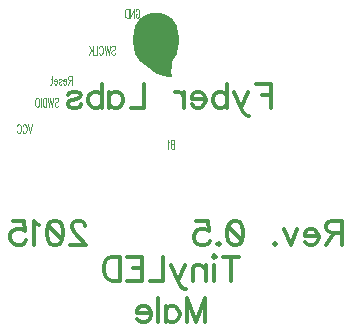
<source format=gbo>
G04 DipTrace 2.4.0.2*
%INmale.gbo*%
%MOMM*%
%ADD10C,0.25*%
%ADD44O,3.825X4.663*%
%ADD69C,0.118*%
%ADD70C,0.314*%
%FSLAX53Y53*%
G04*
G71*
G90*
G75*
G01*
%LNBotSilk*%
%LPD*%
X26618Y35570D2*
D10*
G02X23593Y38920I218J3237D01*
G01*
D44*
X25380Y38626D3*
G36*
X26668Y35644D2*
X26818Y37694D1*
X23868Y38269D1*
X24768Y36344D1*
X25718Y35819D1*
D1*
X26668Y35644D1*
G37*
X26899Y30141D2*
D69*
Y29376D1*
X26702D1*
X26636Y29413D1*
X26614Y29449D1*
X26593Y29521D1*
Y29631D1*
X26614Y29704D1*
X26636Y29740D1*
X26702Y29777D1*
X26636Y29814D1*
X26614Y29850D1*
X26593Y29922D1*
Y29996D1*
X26614Y30068D1*
X26636Y30105D1*
X26702Y30141D1*
X26899D1*
Y29777D2*
X26702D1*
X26452Y29995D2*
X26408Y30032D1*
X26342Y30140D1*
Y29376D1*
X14886Y31479D2*
X14712Y30713D1*
X14537Y31479D1*
X14068Y31297D2*
X14089Y31370D1*
X14133Y31443D1*
X14177Y31479D1*
X14264D1*
X14308Y31443D1*
X14352Y31370D1*
X14374Y31297D1*
X14396Y31188D1*
Y31005D1*
X14374Y30896D1*
X14352Y30823D1*
X14308Y30750D1*
X14264Y30713D1*
X14177D1*
X14133Y30750D1*
X14089Y30823D1*
X14068Y30896D1*
X13598Y31297D2*
X13620Y31370D1*
X13664Y31443D1*
X13708Y31479D1*
X13795D1*
X13839Y31443D1*
X13882Y31370D1*
X13905Y31297D1*
X13926Y31188D1*
Y31005D1*
X13905Y30896D1*
X13882Y30823D1*
X13839Y30750D1*
X13795Y30713D1*
X13708D1*
X13664Y30750D1*
X13620Y30823D1*
X13598Y30896D1*
X16783Y33600D2*
X16827Y33673D1*
X16892Y33709D1*
X16980D1*
X17045Y33673D1*
X17089Y33600D1*
Y33527D1*
X17067Y33454D1*
X17045Y33418D1*
X17002Y33381D1*
X16871Y33308D1*
X16827Y33272D1*
X16805Y33235D1*
X16783Y33162D1*
Y33053D1*
X16827Y32980D1*
X16892Y32943D1*
X16980D1*
X17045Y32980D1*
X17089Y33053D1*
X16642Y33709D2*
X16532Y32943D1*
X16423Y33709D1*
X16314Y32943D1*
X16204Y33709D1*
X16063D2*
Y32943D1*
X15910D1*
X15844Y32980D1*
X15800Y33053D1*
X15779Y33126D1*
X15757Y33235D1*
Y33418D1*
X15779Y33527D1*
X15800Y33600D1*
X15844Y33673D1*
X15910Y33709D1*
X16063D1*
X15616D2*
Y32943D1*
X15343Y33709D2*
X15387Y33673D1*
X15430Y33600D1*
X15453Y33527D1*
X15474Y33418D1*
Y33235D1*
X15453Y33126D1*
X15430Y33053D1*
X15387Y32980D1*
X15343Y32943D1*
X15256D1*
X15212Y32980D1*
X15168Y33053D1*
X15146Y33126D1*
X15125Y33235D1*
Y33418D1*
X15146Y33527D1*
X15168Y33600D1*
X15212Y33673D1*
X15256Y33709D1*
X15343D1*
X18226Y35213D2*
X18029D1*
X17963Y35250D1*
X17941Y35287D1*
X17919Y35359D1*
Y35432D1*
X17941Y35505D1*
X17963Y35542D1*
X18029Y35578D1*
X18226D1*
Y34812D1*
X18072Y35213D2*
X17919Y34812D1*
X17778Y35104D2*
X17516D1*
Y35177D1*
X17538Y35250D1*
X17559Y35287D1*
X17603Y35323D1*
X17669D1*
X17712Y35287D1*
X17756Y35213D1*
X17778Y35104D1*
Y35031D1*
X17756Y34922D1*
X17712Y34849D1*
X17669Y34812D1*
X17603D1*
X17559Y34849D1*
X17516Y34922D1*
X17134Y35213D2*
X17156Y35287D1*
X17222Y35323D1*
X17287D1*
X17353Y35287D1*
X17375Y35213D1*
X17353Y35141D1*
X17309Y35104D1*
X17200Y35068D1*
X17156Y35031D1*
X17134Y34958D1*
Y34922D1*
X17156Y34849D1*
X17222Y34812D1*
X17287D1*
X17353Y34849D1*
X17375Y34922D1*
X16993Y35104D2*
X16731D1*
Y35177D1*
X16752Y35250D1*
X16774Y35287D1*
X16818Y35323D1*
X16884D1*
X16927Y35287D1*
X16971Y35213D1*
X16993Y35104D1*
Y35031D1*
X16971Y34922D1*
X16927Y34849D1*
X16884Y34812D1*
X16818D1*
X16774Y34849D1*
X16731Y34922D1*
X16524Y35578D2*
Y34958D1*
X16502Y34849D1*
X16458Y34812D1*
X16415D1*
X16589Y35323D2*
X16436D1*
X21591Y38005D2*
X21634Y38078D1*
X21700Y38114D1*
X21787D1*
X21853Y38078D1*
X21897Y38005D1*
Y37932D1*
X21875Y37859D1*
X21853Y37823D1*
X21809Y37787D1*
X21678Y37713D1*
X21634Y37677D1*
X21612Y37640D1*
X21591Y37568D1*
Y37458D1*
X21634Y37386D1*
X21700Y37349D1*
X21787D1*
X21853Y37386D1*
X21897Y37458D1*
X21449Y38114D2*
X21340Y37349D1*
X21231Y38114D1*
X21121Y37349D1*
X21012Y38114D1*
X20543Y37932D2*
X20564Y38005D1*
X20608Y38078D1*
X20652Y38114D1*
X20739D1*
X20783Y38078D1*
X20827Y38005D1*
X20849Y37932D1*
X20871Y37823D1*
Y37640D1*
X20849Y37532D1*
X20827Y37458D1*
X20783Y37386D1*
X20739Y37349D1*
X20652D1*
X20608Y37386D1*
X20564Y37458D1*
X20543Y37532D1*
X20401Y38114D2*
Y37349D1*
X20139D1*
X19998Y38114D2*
Y37349D1*
X19692Y38114D2*
X19998Y37604D1*
X19889Y37787D2*
X19692Y37349D1*
X23625Y41055D2*
X23647Y41128D1*
X23691Y41201D1*
X23734Y41237D1*
X23821D1*
X23865Y41201D1*
X23909Y41128D1*
X23931Y41055D1*
X23953Y40946D1*
Y40763D1*
X23931Y40654D1*
X23909Y40581D1*
X23865Y40509D1*
X23821Y40472D1*
X23734D1*
X23691Y40509D1*
X23647Y40581D1*
X23625Y40654D1*
Y40763D1*
X23734D1*
X23177Y41237D2*
Y40472D1*
X23484Y41237D1*
Y40472D1*
X23036Y41237D2*
Y40472D1*
X22883D1*
X22817Y40509D1*
X22773Y40581D1*
X22752Y40654D1*
X22730Y40763D1*
Y40946D1*
X22752Y41055D1*
X22773Y41128D1*
X22817Y41201D1*
X22883Y41237D1*
X23036D1*
X33865Y34910D2*
D70*
X35130D1*
Y32868D1*
Y33937D2*
X34353D1*
X33139Y34229D2*
X32557Y32868D1*
X32751Y32480D1*
X32946Y32284D1*
X33139Y32188D1*
X33238D1*
X31973Y34229D2*
X32557Y32868D1*
X31346Y34910D2*
Y32868D1*
Y33937D2*
X31150Y34133D1*
X30957Y34229D1*
X30665D1*
X30472Y34133D1*
X30277Y33937D1*
X30180Y33645D1*
Y33452D1*
X30277Y33160D1*
X30472Y32967D1*
X30665Y32868D1*
X30957D1*
X31150Y32967D1*
X31346Y33160D1*
X29553Y33645D2*
X28387D1*
Y33841D1*
X28484Y34036D1*
X28580Y34133D1*
X28776Y34229D1*
X29068D1*
X29261Y34133D1*
X29456Y33937D1*
X29553Y33645D1*
Y33452D1*
X29456Y33160D1*
X29261Y32967D1*
X29068Y32868D1*
X28776D1*
X28580Y32967D1*
X28387Y33160D1*
X27759Y34229D2*
Y32868D1*
Y33645D2*
X27661Y33937D1*
X27467Y34133D1*
X27272Y34229D1*
X26980D1*
X24377Y34910D2*
Y32868D1*
X23212D1*
X21419Y34229D2*
Y32868D1*
Y33937D2*
X21612Y34133D1*
X21807Y34229D1*
X22097D1*
X22292Y34133D1*
X22485Y33937D1*
X22584Y33645D1*
Y33452D1*
X22485Y33160D1*
X22292Y32967D1*
X22097Y32868D1*
X21807D1*
X21612Y32967D1*
X21419Y33160D1*
X20791Y34910D2*
Y32868D1*
Y33937D2*
X20596Y34133D1*
X20402Y34229D1*
X20110D1*
X19917Y34133D1*
X19722Y33937D1*
X19625Y33645D1*
Y33452D1*
X19722Y33160D1*
X19917Y32967D1*
X20110Y32868D1*
X20402D1*
X20596Y32967D1*
X20791Y33160D1*
X17929Y33937D2*
X18025Y34133D1*
X18317Y34229D1*
X18609D1*
X18901Y34133D1*
X18998Y33937D1*
X18901Y33744D1*
X18706Y33645D1*
X18221Y33549D1*
X18025Y33452D1*
X17929Y33257D1*
Y33160D1*
X18025Y32967D1*
X18317Y32868D1*
X18609D1*
X18901Y32967D1*
X18998Y33160D1*
X31711Y20265D2*
Y18224D1*
X32391Y20265D2*
X31030D1*
X30403D2*
X30306Y20169D1*
X30207Y20265D1*
X30306Y20364D1*
X30403Y20265D1*
X30306Y19585D2*
Y18224D1*
X29580Y19585D2*
Y18224D1*
Y19196D2*
X29288Y19488D1*
X29092Y19585D1*
X28803D1*
X28607Y19488D1*
X28511Y19196D1*
Y18224D1*
X27784Y19585D2*
X27203Y18224D1*
X27396Y17835D1*
X27591Y17640D1*
X27784Y17543D1*
X27883D1*
X26619Y19585D2*
X27203Y18224D1*
X25991Y20265D2*
Y18224D1*
X24825D1*
X22936Y20265D2*
X24198D1*
Y18224D1*
X22936D1*
X24198Y19293D2*
X23421D1*
X22308Y20265D2*
Y18224D1*
X21628D1*
X21336Y18322D1*
X21140Y18516D1*
X21044Y18711D1*
X20947Y19001D1*
Y19488D1*
X21044Y19780D1*
X21140Y19973D1*
X21336Y20169D1*
X21628Y20265D1*
X22308D1*
X41115Y22297D2*
X40241D1*
X39949Y22396D1*
X39851Y22493D1*
X39754Y22686D1*
Y22881D1*
X39851Y23074D1*
X39949Y23173D1*
X40241Y23270D1*
X41115D1*
Y21228D1*
X40435Y22297D2*
X39754Y21228D1*
X39127Y22005D2*
X37961D1*
Y22201D1*
X38057Y22396D1*
X38154Y22493D1*
X38349Y22589D1*
X38641D1*
X38835Y22493D1*
X39030Y22297D1*
X39127Y22005D1*
Y21812D1*
X39030Y21520D1*
X38835Y21327D1*
X38641Y21228D1*
X38349D1*
X38154Y21327D1*
X37961Y21520D1*
X37333Y22589D2*
X36749Y21228D1*
X36168Y22589D1*
X35444Y21423D2*
X35540Y21325D1*
X35444Y21228D1*
X35345Y21325D1*
X35444Y21423D1*
X32158Y23268D2*
X32450Y23171D1*
X32646Y22879D1*
X32742Y22394D1*
Y22102D1*
X32646Y21617D1*
X32450Y21325D1*
X32158Y21228D1*
X31965D1*
X31673Y21325D1*
X31480Y21617D1*
X31381Y22102D1*
Y22394D1*
X31480Y22879D1*
X31673Y23171D1*
X31965Y23268D1*
X32158D1*
X31480Y22879D2*
X32646Y21617D1*
X30657Y21423D2*
X30754Y21325D1*
X30657Y21228D1*
X30558Y21325D1*
X30657Y21423D1*
X28765Y23268D2*
X29735D1*
X29832Y22394D1*
X29735Y22490D1*
X29443Y22589D1*
X29153D1*
X28861Y22490D1*
X28666Y22297D1*
X28569Y22005D1*
Y21812D1*
X28666Y21520D1*
X28861Y21325D1*
X29153Y21228D1*
X29443D1*
X29735Y21325D1*
X29832Y21423D1*
X29931Y21617D1*
X19374Y22824D2*
Y22921D1*
X19277Y23116D1*
X19180Y23213D1*
X18985Y23309D1*
X18596D1*
X18403Y23213D1*
X18307Y23116D1*
X18208Y22921D1*
Y22727D1*
X18307Y22532D1*
X18500Y22242D1*
X19472Y21270D1*
X18111D1*
X16900Y23309D2*
X17192Y23213D1*
X17387Y22921D1*
X17484Y22435D1*
Y22143D1*
X17387Y21658D1*
X17192Y21366D1*
X16900Y21270D1*
X16707D1*
X16415Y21366D1*
X16221Y21658D1*
X16123Y22143D1*
Y22435D1*
X16221Y22921D1*
X16415Y23213D1*
X16707Y23309D1*
X16900D1*
X16221Y22921D2*
X17387Y21658D1*
X15495Y22921D2*
X15300Y23019D1*
X15008Y23309D1*
Y21270D1*
X13215Y23309D2*
X14185D1*
X14281Y22435D1*
X14185Y22532D1*
X13893Y22631D1*
X13603D1*
X13311Y22532D1*
X13116Y22339D1*
X13019Y22047D1*
Y21854D1*
X13116Y21562D1*
X13311Y21366D1*
X13603Y21270D1*
X13893D1*
X14185Y21366D1*
X14281Y21465D1*
X14380Y21658D1*
X27983Y14703D2*
Y16745D1*
X28760Y14703D1*
X29537Y16745D1*
Y14703D1*
X26190Y16064D2*
Y14703D1*
Y15772D2*
X26383Y15968D1*
X26578Y16064D1*
X26868D1*
X27063Y15968D1*
X27257Y15772D1*
X27355Y15480D1*
Y15287D1*
X27257Y14995D1*
X27063Y14802D1*
X26868Y14703D1*
X26578D1*
X26383Y14802D1*
X26190Y14995D1*
X25562Y16745D2*
Y14703D1*
X24935Y15480D2*
X23769D1*
Y15676D1*
X23866Y15871D1*
X23962Y15968D1*
X24158Y16064D1*
X24450D1*
X24643Y15968D1*
X24838Y15772D1*
X24935Y15480D1*
Y15287D1*
X24838Y14995D1*
X24643Y14802D1*
X24450Y14703D1*
X24158D1*
X23962Y14802D1*
X23769Y14995D1*
M02*

</source>
